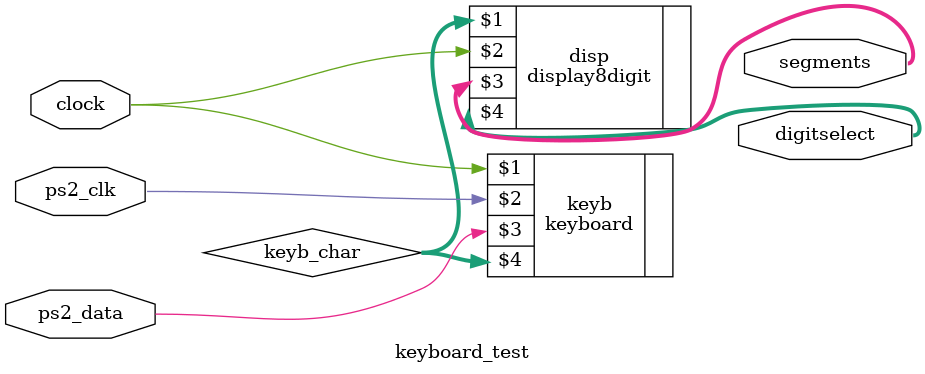
<source format=sv>

`timescale 1ns / 1ps
`default_nettype none

module keyboard_test(
	input wire clock,
	input wire ps2_data,
	input wire ps2_clk,
	output wire [7:0] segments,
   	output wire [7:0] digitselect
   );

	wire [31:0] keyb_char;
 
	keyboard keyb(clock, ps2_clk, ps2_data, keyb_char);
   
	display8digit disp(keyb_char, clock, segments, digitselect);

endmodule
</source>
